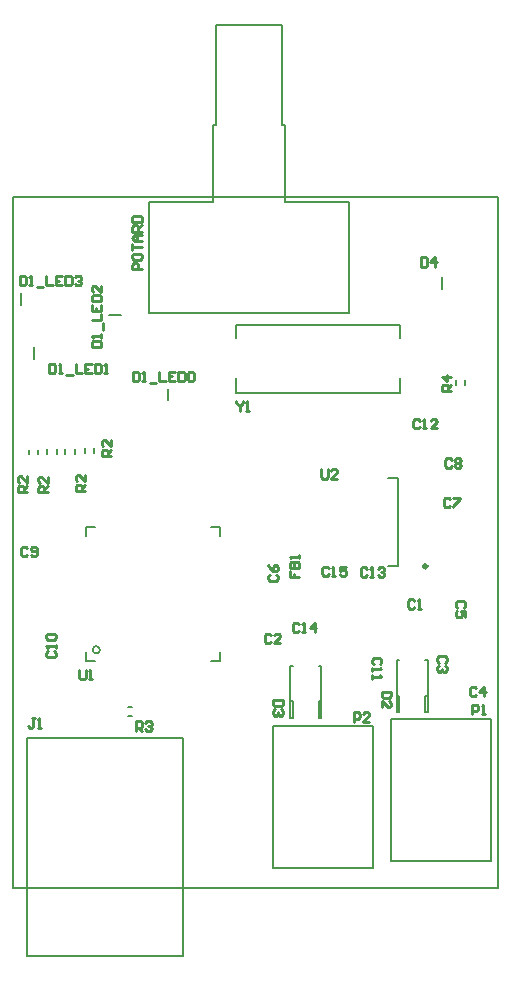
<source format=gto>
%FSLAX44Y44*%
%MOMM*%
G71*
G01*
G75*
%ADD10R,0.8000X0.8000*%
%ADD11R,0.7000X0.8500*%
%ADD12R,1.0000X1.4000*%
%ADD13R,0.8000X0.8000*%
%ADD14R,6.6000X6.1000*%
%ADD15R,2.0000X1.0000*%
%ADD16R,1.4000X1.0000*%
%ADD17R,1.7000X1.5000*%
%ADD18R,1.5000X0.3000*%
%ADD19R,0.3000X1.5000*%
%ADD20R,1.2500X1.1000*%
%ADD21R,1.1000X1.2500*%
%ADD22R,5.5000X2.0000*%
%ADD23C,0.2540*%
%ADD24C,0.2000*%
%ADD25C,2.0000*%
%ADD26C,0.4000*%
%ADD27C,0.3000*%
D23*
X339556Y242935D02*
X338223Y244268D01*
X335558D01*
X334225Y242935D01*
Y237603D01*
X335558Y236270D01*
X338223D01*
X339556Y237603D01*
X342222Y236270D02*
X344888D01*
X343555D01*
Y244268D01*
X342222Y242935D01*
X218108Y213863D02*
X216775Y215196D01*
X214109D01*
X212776Y213863D01*
Y208531D01*
X214109Y207198D01*
X216775D01*
X218108Y208531D01*
X226105Y207198D02*
X220774D01*
X226105Y212530D01*
Y213863D01*
X224772Y215196D01*
X222106D01*
X220774Y213863D01*
X365456Y190793D02*
X366789Y192126D01*
Y194791D01*
X365456Y196124D01*
X360124D01*
X358792Y194791D01*
Y192126D01*
X360124Y190793D01*
X365456Y188127D02*
X366789Y186794D01*
Y184128D01*
X365456Y182795D01*
X364123D01*
X362790Y184128D01*
Y185461D01*
Y184128D01*
X361457Y182795D01*
X360124D01*
X358792Y184128D01*
Y186794D01*
X360124Y188127D01*
X391985Y168934D02*
X390653Y170267D01*
X387987D01*
X386654Y168934D01*
Y163603D01*
X387987Y162270D01*
X390653D01*
X391985Y163603D01*
X398650Y162270D02*
Y170267D01*
X394651Y166269D01*
X399983D01*
X381332Y237228D02*
X382665Y238561D01*
Y241226D01*
X381332Y242559D01*
X376000D01*
X374668Y241226D01*
Y238561D01*
X376000Y237228D01*
X382665Y229230D02*
Y234562D01*
X378666D01*
X379999Y231896D01*
Y230563D01*
X378666Y229230D01*
X376000D01*
X374668Y230563D01*
Y233229D01*
X376000Y234562D01*
X217318Y265317D02*
X215985Y263984D01*
Y261318D01*
X217318Y259985D01*
X222650D01*
X223983Y261318D01*
Y263984D01*
X222650Y265317D01*
X215985Y273314D02*
X217318Y270648D01*
X219984Y267982D01*
X222650D01*
X223983Y269315D01*
Y271981D01*
X222650Y273314D01*
X221317D01*
X219984Y271981D01*
Y267982D01*
X369815Y328918D02*
X368483Y330251D01*
X365817D01*
X364484Y328918D01*
Y323587D01*
X365817Y322254D01*
X368483D01*
X369815Y323587D01*
X372481Y330251D02*
X377813D01*
Y328918D01*
X372481Y323587D01*
Y322254D01*
X371014Y362473D02*
X369681Y363806D01*
X367015D01*
X365682Y362473D01*
Y357141D01*
X367015Y355808D01*
X369681D01*
X371014Y357141D01*
X373680Y362473D02*
X375013Y363806D01*
X377678D01*
X379011Y362473D01*
Y361140D01*
X377678Y359807D01*
X379011Y358474D01*
Y357141D01*
X377678Y355808D01*
X375013D01*
X373680Y357141D01*
Y358474D01*
X375013Y359807D01*
X373680Y361140D01*
Y362473D01*
X375013Y359807D02*
X377678D01*
X11916Y287594D02*
X10583Y288927D01*
X7917D01*
X6584Y287594D01*
Y282262D01*
X7917Y280930D01*
X10583D01*
X11916Y282262D01*
X14582D02*
X15915Y280930D01*
X18581D01*
X19914Y282262D01*
Y287594D01*
X18581Y288927D01*
X15915D01*
X14582Y287594D01*
Y286261D01*
X15915Y284928D01*
X19914D01*
X29336Y200581D02*
X28003Y199248D01*
Y196582D01*
X29336Y195249D01*
X34667D01*
X36000Y196582D01*
Y199248D01*
X34667Y200581D01*
X36000Y203247D02*
Y205912D01*
Y204580D01*
X28003D01*
X29336Y203247D01*
Y209911D02*
X28003Y211244D01*
Y213910D01*
X29336Y215243D01*
X34667D01*
X36000Y213910D01*
Y211244D01*
X34667Y209911D01*
X29336D01*
X310330Y189295D02*
X311663Y190627D01*
Y193293D01*
X310330Y194626D01*
X304999D01*
X303666Y193293D01*
Y190627D01*
X304999Y189295D01*
X303666Y186629D02*
Y183963D01*
Y185296D01*
X311663D01*
X310330Y186629D01*
X303666Y179964D02*
Y177299D01*
Y178631D01*
X311663D01*
X310330Y179964D01*
X344050Y395728D02*
X342717Y397061D01*
X340052D01*
X338719Y395728D01*
Y390397D01*
X340052Y389064D01*
X342717D01*
X344050Y390397D01*
X346716Y389064D02*
X349382D01*
X348049D01*
Y397061D01*
X346716Y395728D01*
X358712Y389064D02*
X353381D01*
X358712Y394395D01*
Y395728D01*
X357379Y397061D01*
X354714D01*
X353381Y395728D01*
X299410Y270198D02*
X298078Y271531D01*
X295412D01*
X294079Y270198D01*
Y264866D01*
X295412Y263533D01*
X298078D01*
X299410Y264866D01*
X302076Y263533D02*
X304742D01*
X303409D01*
Y271531D01*
X302076Y270198D01*
X308741D02*
X310074Y271531D01*
X312740D01*
X314072Y270198D01*
Y268865D01*
X312740Y267532D01*
X311407D01*
X312740D01*
X314072Y266199D01*
Y264866D01*
X312740Y263533D01*
X310074D01*
X308741Y264866D01*
X241888Y223161D02*
X240555Y224494D01*
X237889D01*
X236556Y223161D01*
Y217830D01*
X237889Y216497D01*
X240555D01*
X241888Y217830D01*
X244554Y216497D02*
X247220D01*
X245887D01*
Y224494D01*
X244554Y223161D01*
X255217Y216497D02*
Y224494D01*
X251218Y220495D01*
X256550D01*
X267054Y270797D02*
X265721Y272130D01*
X263055D01*
X261723Y270797D01*
Y265466D01*
X263055Y264133D01*
X265721D01*
X267054Y265466D01*
X269720Y264133D02*
X272386D01*
X271053D01*
Y272130D01*
X269720Y270797D01*
X281716Y272130D02*
X276385D01*
Y268131D01*
X279050Y269464D01*
X280383D01*
X281716Y268131D01*
Y265466D01*
X280383Y264133D01*
X277717D01*
X276385Y265466D01*
X100985Y437042D02*
Y429045D01*
X104984D01*
X106317Y430378D01*
Y435709D01*
X104984Y437042D01*
X100985D01*
X108982Y429045D02*
X111648D01*
X110315D01*
Y437042D01*
X108982Y435709D01*
X115647Y427712D02*
X120979D01*
X123644Y437042D02*
Y429045D01*
X128976D01*
X136973Y437042D02*
X131642D01*
Y429045D01*
X136973D01*
X131642Y433043D02*
X134308D01*
X139639Y437042D02*
Y429045D01*
X143638D01*
X144971Y430378D01*
Y435709D01*
X143638Y437042D01*
X139639D01*
X147637Y435709D02*
X148970Y437042D01*
X151635D01*
X152968Y435709D01*
Y430378D01*
X151635Y429045D01*
X148970D01*
X147637Y430378D01*
Y435709D01*
X30274Y443764D02*
Y435767D01*
X34272D01*
X35605Y437100D01*
Y442431D01*
X34272Y443764D01*
X30274D01*
X38271Y435767D02*
X40937D01*
X39604D01*
Y443764D01*
X38271Y442431D01*
X44936Y434434D02*
X50267D01*
X52933Y443764D02*
Y435767D01*
X58265D01*
X66262Y443764D02*
X60931D01*
Y435767D01*
X66262D01*
X60931Y439766D02*
X63596D01*
X68928Y443764D02*
Y435767D01*
X72927D01*
X74260Y437100D01*
Y442431D01*
X72927Y443764D01*
X68928D01*
X76925Y435767D02*
X79591D01*
X78258D01*
Y443764D01*
X76925Y442431D01*
X66346Y457926D02*
X74344D01*
Y461925D01*
X73011Y463258D01*
X67679D01*
X66346Y461925D01*
Y457926D01*
X74344Y465924D02*
Y468590D01*
Y467257D01*
X66346D01*
X67679Y465924D01*
X75677Y472588D02*
Y477920D01*
X66346Y480586D02*
X74344D01*
Y485917D01*
X66346Y493915D02*
Y488583D01*
X74344D01*
Y493915D01*
X70345Y488583D02*
Y491249D01*
X66346Y496581D02*
X74344D01*
Y500579D01*
X73011Y501912D01*
X67679D01*
X66346Y500579D01*
Y496581D01*
X74344Y509910D02*
Y504578D01*
X69012Y509910D01*
X67679D01*
X66346Y508577D01*
Y505911D01*
X67679Y504578D01*
X5375Y518210D02*
Y510213D01*
X9374D01*
X10707Y511546D01*
Y516877D01*
X9374Y518210D01*
X5375D01*
X13373Y510213D02*
X16039D01*
X14706D01*
Y518210D01*
X13373Y516877D01*
X20037Y508880D02*
X25369D01*
X28035Y518210D02*
Y510213D01*
X33366D01*
X41364Y518210D02*
X36032D01*
Y510213D01*
X41364D01*
X36032Y514212D02*
X38698D01*
X44030Y518210D02*
Y510213D01*
X48028D01*
X49361Y511546D01*
Y516877D01*
X48028Y518210D01*
X44030D01*
X52027Y516877D02*
X53360Y518210D01*
X56026D01*
X57359Y516877D01*
Y515545D01*
X56026Y514212D01*
X54693D01*
X56026D01*
X57359Y512879D01*
Y511546D01*
X56026Y510213D01*
X53360D01*
X52027Y511546D01*
X319752Y166165D02*
X311755D01*
Y162166D01*
X313088Y160833D01*
X318420D01*
X319752Y162166D01*
Y166165D01*
X311755Y152836D02*
Y158167D01*
X317087Y152836D01*
X318420D01*
X319752Y154169D01*
Y156834D01*
X318420Y158167D01*
X228076Y159274D02*
X220079D01*
Y155275D01*
X221412Y153942D01*
X226743D01*
X228076Y155275D01*
Y159274D01*
X226743Y151277D02*
X228076Y149944D01*
Y147278D01*
X226743Y145945D01*
X225410D01*
X224077Y147278D01*
Y148611D01*
Y147278D01*
X222745Y145945D01*
X221412D01*
X220079Y147278D01*
Y149944D01*
X221412Y151277D01*
X345083Y533914D02*
Y525917D01*
X349082D01*
X350415Y527250D01*
Y532581D01*
X349082Y533914D01*
X345083D01*
X357080Y525917D02*
Y533914D01*
X353081Y529915D01*
X358412D01*
X233912Y268304D02*
Y262973D01*
X237911D01*
Y265639D01*
Y262973D01*
X241910D01*
X233912Y270970D02*
X241910D01*
Y274969D01*
X240577Y276302D01*
X239244D01*
X237911Y274969D01*
Y270970D01*
Y274969D01*
X236578Y276302D01*
X235245D01*
X233912Y274969D01*
Y270970D01*
X241910Y278968D02*
Y281633D01*
Y280301D01*
X233912D01*
X235245Y278968D01*
X18032Y143633D02*
X15366D01*
X16699D01*
Y136969D01*
X15366Y135636D01*
X14033D01*
X12700Y136969D01*
X20697Y135636D02*
X23363D01*
X22030D01*
Y143633D01*
X20697Y142301D01*
X108612Y523768D02*
X100614D01*
Y527767D01*
X101947Y529100D01*
X104613D01*
X105946Y527767D01*
Y523768D01*
X100614Y535765D02*
Y533099D01*
X101947Y531766D01*
X107279D01*
X108612Y533099D01*
Y535765D01*
X107279Y537097D01*
X101947D01*
X100614Y535765D01*
Y539763D02*
Y545095D01*
Y542429D01*
X108612D01*
Y547761D02*
X103280D01*
X100614Y550426D01*
X103280Y553092D01*
X108612D01*
X104613D01*
Y547761D01*
X108612Y555758D02*
X100614D01*
Y559757D01*
X101947Y561090D01*
X104613D01*
X105946Y559757D01*
Y555758D01*
Y558424D02*
X108612Y561090D01*
X100614Y563755D02*
X108612D01*
Y567754D01*
X107279Y569087D01*
X101947D01*
X100614Y567754D01*
Y563755D01*
X82809Y365803D02*
X74812D01*
Y369801D01*
X76145Y371134D01*
X78811D01*
X80143Y369801D01*
Y365803D01*
Y368469D02*
X82809Y371134D01*
Y379132D02*
Y373800D01*
X77478Y379132D01*
X76145D01*
X74812Y377799D01*
Y375133D01*
X76145Y373800D01*
X60650Y336174D02*
X52652D01*
Y340173D01*
X53985Y341505D01*
X56651D01*
X57984Y340173D01*
Y336174D01*
Y338840D02*
X60650Y341505D01*
Y349503D02*
Y344171D01*
X55318Y349503D01*
X53985D01*
X52652Y348170D01*
Y345504D01*
X53985Y344171D01*
X29029Y334929D02*
X21031D01*
Y338928D01*
X22364Y340261D01*
X25030D01*
X26363Y338928D01*
Y334929D01*
Y337595D02*
X29029Y340261D01*
Y348258D02*
Y342926D01*
X23697Y348258D01*
X22364D01*
X21031Y346925D01*
Y344259D01*
X22364Y342926D01*
X11600Y335178D02*
X3603D01*
Y339177D01*
X4936Y340509D01*
X7602D01*
X8934Y339177D01*
Y335178D01*
Y337844D02*
X11600Y340509D01*
Y348507D02*
Y343175D01*
X6269Y348507D01*
X4936D01*
X3603Y347174D01*
Y344508D01*
X4936Y343175D01*
X103724Y133004D02*
Y141001D01*
X107723D01*
X109056Y139668D01*
Y137002D01*
X107723Y135669D01*
X103724D01*
X106390D02*
X109056Y133004D01*
X111721Y139668D02*
X113054Y141001D01*
X115720D01*
X117053Y139668D01*
Y138335D01*
X115720Y137002D01*
X114387D01*
X115720D01*
X117053Y135669D01*
Y134337D01*
X115720Y133004D01*
X113054D01*
X111721Y134337D01*
X370775Y420821D02*
X362778D01*
Y424820D01*
X364111Y426152D01*
X366777D01*
X368110Y424820D01*
Y420821D01*
Y423487D02*
X370775Y426152D01*
Y432817D02*
X362778D01*
X366777Y428818D01*
Y434150D01*
X55919Y184822D02*
Y178158D01*
X57252Y176825D01*
X59918D01*
X61251Y178158D01*
Y184822D01*
X63917Y176825D02*
X66582D01*
X65250D01*
Y184822D01*
X63917Y183489D01*
X260824Y354519D02*
Y347854D01*
X262157Y346521D01*
X264823D01*
X266156Y347854D01*
Y354519D01*
X274153Y346521D02*
X268821D01*
X274153Y351853D01*
Y353186D01*
X272820Y354519D01*
X270154D01*
X268821Y353186D01*
X188809Y411870D02*
Y410537D01*
X191475Y407871D01*
X194141Y410537D01*
Y411870D01*
X191475Y407871D02*
Y403872D01*
X196807D02*
X199473D01*
X198140D01*
Y411870D01*
X196807Y410537D01*
X288085Y140697D02*
Y148694D01*
X292083D01*
X293416Y147361D01*
Y144696D01*
X292083Y143363D01*
X288085D01*
X301413Y140697D02*
X296082D01*
X301413Y146029D01*
Y147361D01*
X300081Y148694D01*
X297415D01*
X296082Y147361D01*
X388451Y147290D02*
Y155288D01*
X392450D01*
X393783Y153955D01*
Y151289D01*
X392450Y149956D01*
X388451D01*
X396449Y147290D02*
X399115D01*
X397782D01*
Y155288D01*
X396449Y153955D01*
D24*
X73229Y201694D02*
G03*
X73229Y201694I-3059J0D01*
G01*
X382571Y426192D02*
Y430192D01*
X374571Y426192D02*
Y430192D01*
X317382Y272171D02*
X325926D01*
X317128Y347171D02*
X325926D01*
Y272171D02*
Y347171D01*
X324917Y192879D02*
X326917D01*
X348918D02*
X350918D01*
X324917Y162879D02*
X326917D01*
X348918D02*
X350918D01*
X324917Y164879D02*
Y167879D01*
X326917Y154879D02*
Y162879D01*
X348918Y148879D02*
Y162879D01*
X326917Y148879D02*
Y154879D01*
X324917Y148879D02*
Y192879D01*
X350918Y148879D02*
Y192879D01*
X348918Y148879D02*
X350918D01*
X324917D02*
X326917D01*
X143430Y-58000D02*
Y127000D01*
X11430Y-58000D02*
Y127000D01*
X143430D01*
X11430Y-58000D02*
X143430D01*
X68338Y368164D02*
Y372164D01*
X60338Y368164D02*
Y372164D01*
X52008Y367821D02*
Y371821D01*
X44008Y367821D02*
Y371821D01*
X36703Y367483D02*
Y371483D01*
X28703Y367483D02*
Y371483D01*
X21056Y367143D02*
Y371143D01*
X13056Y367143D02*
Y371143D01*
X61280Y191788D02*
Y199788D01*
Y191788D02*
X69280D01*
X61280Y305788D02*
X69280D01*
X167280Y191788D02*
X175280D01*
Y199788D01*
X167280Y305788D02*
X175280D01*
Y297788D02*
Y305788D01*
X61280Y297788D02*
Y305788D01*
X234398Y188102D02*
X236398D01*
X258398D02*
X260398D01*
X234398Y158102D02*
X236398D01*
X258398D02*
X260398D01*
X234398Y160102D02*
Y163102D01*
X236398Y150102D02*
Y158102D01*
X258398Y144102D02*
Y158102D01*
X236398Y144102D02*
Y150102D01*
X234398Y144102D02*
Y188102D01*
X260398Y144102D02*
Y188102D01*
X258398Y144102D02*
X260398D01*
X234398D02*
X236398D01*
X130760Y412786D02*
Y422786D01*
X17306Y448163D02*
Y458163D01*
X80768Y484888D02*
X90768D01*
X6080Y493404D02*
Y503404D01*
X96694Y153400D02*
X100694D01*
X96694Y145400D02*
X100694D01*
X188660Y418910D02*
X327660D01*
X188660Y476910D02*
X327660D01*
Y418910D02*
Y431610D01*
X188660Y418910D02*
Y431610D01*
X327660Y465310D02*
Y476910D01*
X188660Y465310D02*
Y476910D01*
X362748Y507010D02*
Y517010D01*
X114935Y486830D02*
Y581150D01*
Y486830D02*
X283845D01*
Y581150D01*
X114935D02*
X168750D01*
X230030D02*
X283845D01*
X230030D02*
Y645760D01*
X168750Y581150D02*
Y645760D01*
X168910Y645920D01*
X171450D01*
X227490Y645760D02*
X230030D01*
X227330Y645920D02*
Y731010D01*
X171450Y645920D02*
Y731010D01*
X227330D01*
X219629Y17262D02*
Y137262D01*
Y17262D02*
X304629D01*
Y137262D01*
X219629D02*
X304629D01*
X319447Y23134D02*
Y143133D01*
Y23134D02*
X404447D01*
Y143133D01*
X319447D02*
X404447D01*
X0Y0D02*
X410000D01*
X0D02*
Y585000D01*
X410000Y0D02*
Y585000D01*
X0D02*
X410000D01*
D27*
X350286Y272333D02*
G03*
X350286Y272333I-1500J0D01*
G01*
M02*

</source>
